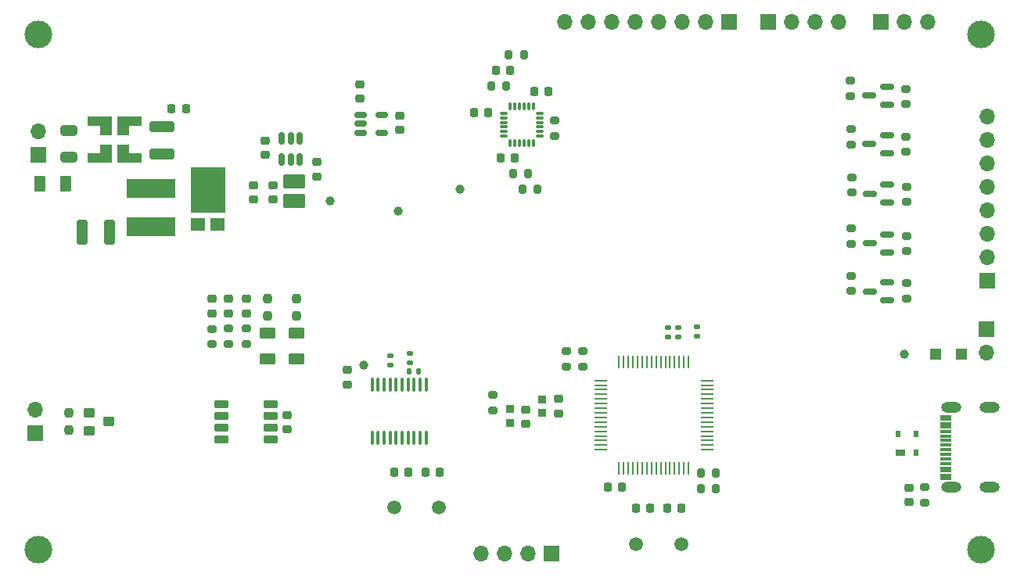
<source format=gts>
G04 #@! TF.GenerationSoftware,KiCad,Pcbnew,7.0.7*
G04 #@! TF.CreationDate,2023-12-18T21:44:51-05:00*
G04 #@! TF.ProjectId,central_hub,63656e74-7261-46c5-9f68-75622e6b6963,rev?*
G04 #@! TF.SameCoordinates,Original*
G04 #@! TF.FileFunction,Soldermask,Top*
G04 #@! TF.FilePolarity,Negative*
%FSLAX46Y46*%
G04 Gerber Fmt 4.6, Leading zero omitted, Abs format (unit mm)*
G04 Created by KiCad (PCBNEW 7.0.7) date 2023-12-18 21:44:51*
%MOMM*%
%LPD*%
G01*
G04 APERTURE LIST*
G04 Aperture macros list*
%AMRoundRect*
0 Rectangle with rounded corners*
0 $1 Rounding radius*
0 $2 $3 $4 $5 $6 $7 $8 $9 X,Y pos of 4 corners*
0 Add a 4 corners polygon primitive as box body*
4,1,4,$2,$3,$4,$5,$6,$7,$8,$9,$2,$3,0*
0 Add four circle primitives for the rounded corners*
1,1,$1+$1,$2,$3*
1,1,$1+$1,$4,$5*
1,1,$1+$1,$6,$7*
1,1,$1+$1,$8,$9*
0 Add four rect primitives between the rounded corners*
20,1,$1+$1,$2,$3,$4,$5,0*
20,1,$1+$1,$4,$5,$6,$7,0*
20,1,$1+$1,$6,$7,$8,$9,0*
20,1,$1+$1,$8,$9,$2,$3,0*%
%AMFreePoly0*
4,1,37,1.915180,1.368803,1.915215,1.368788,1.962648,1.327266,1.968788,1.315215,1.968803,1.315180,1.977050,1.275000,1.977050,0.575000,1.968803,0.534820,1.968788,0.534785,1.927266,0.487352,1.915215,0.481212,1.915180,0.481197,1.875000,0.472950,0.677050,0.472950,0.677050,-0.425000,0.668803,-0.465180,0.668788,-0.465215,0.627266,-0.512648,0.615215,-0.518788,0.615180,-0.518803,
0.575000,-0.527050,-0.425000,-0.527050,-0.465180,-0.518803,-0.465215,-0.518788,-0.512648,-0.477266,-0.518788,-0.465215,-0.518803,-0.465180,-0.527050,-0.425000,-0.527050,1.275000,-0.518803,1.315180,-0.518788,1.315215,-0.477266,1.362648,-0.465215,1.368788,-0.465180,1.368803,-0.425000,1.377050,1.875000,1.377050,1.915180,1.368803,1.915180,1.368803,$1*%
%AMFreePoly1*
4,1,37,0.465180,1.368803,0.465215,1.368788,0.512648,1.327266,0.518788,1.315215,0.518803,1.315180,0.527050,1.275000,0.527050,-0.425000,0.518803,-0.465180,0.518788,-0.465215,0.477266,-0.512648,0.465215,-0.518788,0.465180,-0.518803,0.425000,-0.527050,-0.575000,-0.527050,-0.615180,-0.518803,-0.615215,-0.518788,-0.662648,-0.477266,-0.668788,-0.465215,-0.668803,-0.465180,-0.677050,-0.425000,
-0.677050,0.472950,-1.875000,0.472950,-1.915180,0.481197,-1.915215,0.481212,-1.962648,0.522734,-1.968788,0.534785,-1.968803,0.534820,-1.977050,0.575000,-1.977050,1.275000,-1.968803,1.315180,-1.968788,1.315215,-1.927266,1.362648,-1.915215,1.368788,-1.915180,1.368803,-1.875000,1.377050,0.425000,1.377050,0.465180,1.368803,0.465180,1.368803,$1*%
%AMFreePoly2*
4,1,37,0.465180,0.518803,0.465215,0.518788,0.512648,0.477266,0.518788,0.465215,0.518803,0.465180,0.527050,0.425000,0.527050,-1.275000,0.518803,-1.315180,0.518788,-1.315215,0.477266,-1.362648,0.465215,-1.368788,0.465180,-1.368803,0.425000,-1.377050,-1.875000,-1.377050,-1.915180,-1.368803,-1.915215,-1.368788,-1.962648,-1.327266,-1.968788,-1.315215,-1.968803,-1.315180,-1.977050,-1.275000,
-1.977050,-0.575000,-1.968803,-0.534820,-1.968788,-0.534785,-1.927266,-0.487352,-1.915215,-0.481212,-1.915180,-0.481197,-1.875000,-0.472950,-0.677050,-0.472950,-0.677050,0.425000,-0.668803,0.465180,-0.668788,0.465215,-0.627266,0.512648,-0.615215,0.518788,-0.615180,0.518803,-0.575000,0.527050,0.425000,0.527050,0.465180,0.518803,0.465180,0.518803,$1*%
%AMFreePoly3*
4,1,37,0.615180,0.518803,0.615215,0.518788,0.662648,0.477266,0.668788,0.465215,0.668803,0.465180,0.677050,0.425000,0.677050,-0.472950,1.875000,-0.472950,1.915180,-0.481197,1.915215,-0.481212,1.962648,-0.522734,1.968788,-0.534785,1.968803,-0.534820,1.977050,-0.575000,1.977050,-1.275000,1.968803,-1.315180,1.968788,-1.315215,1.927266,-1.362648,1.915215,-1.368788,1.915180,-1.368803,
1.875000,-1.377050,-0.425000,-1.377050,-0.465180,-1.368803,-0.465215,-1.368788,-0.512648,-1.327266,-0.518788,-1.315215,-0.518803,-1.315180,-0.527050,-1.275000,-0.527050,0.425000,-0.518803,0.465180,-0.518788,0.465215,-0.477266,0.512648,-0.465215,0.518788,-0.465180,0.518803,-0.425000,0.527050,0.575000,0.527050,0.615180,0.518803,0.615180,0.518803,$1*%
G04 Aperture macros list end*
%ADD10C,0.000100*%
%ADD11R,0.939800X0.965200*%
%ADD12C,1.000000*%
%ADD13R,1.700000X1.700000*%
%ADD14O,1.700000X1.700000*%
%ADD15R,0.279400X1.397000*%
%ADD16R,1.397000X0.279400*%
%ADD17RoundRect,0.225000X-0.250000X0.225000X-0.250000X-0.225000X0.250000X-0.225000X0.250000X0.225000X0*%
%ADD18RoundRect,0.200000X-0.275000X0.200000X-0.275000X-0.200000X0.275000X-0.200000X0.275000X0.200000X0*%
%ADD19RoundRect,0.100000X0.100000X-0.637500X0.100000X0.637500X-0.100000X0.637500X-0.100000X-0.637500X0*%
%ADD20R,1.200000X1.200000*%
%ADD21RoundRect,0.150000X0.587500X0.150000X-0.587500X0.150000X-0.587500X-0.150000X0.587500X-0.150000X0*%
%ADD22RoundRect,0.225000X0.225000X0.250000X-0.225000X0.250000X-0.225000X-0.250000X0.225000X-0.250000X0*%
%ADD23RoundRect,0.225000X-0.225000X-0.250000X0.225000X-0.250000X0.225000X0.250000X-0.225000X0.250000X0*%
%ADD24RoundRect,0.200000X0.275000X-0.200000X0.275000X0.200000X-0.275000X0.200000X-0.275000X-0.200000X0*%
%ADD25RoundRect,0.237500X-0.237500X0.250000X-0.237500X-0.250000X0.237500X-0.250000X0.237500X0.250000X0*%
%ADD26RoundRect,0.200000X0.200000X0.275000X-0.200000X0.275000X-0.200000X-0.275000X0.200000X-0.275000X0*%
%ADD27RoundRect,0.218750X0.256250X-0.218750X0.256250X0.218750X-0.256250X0.218750X-0.256250X-0.218750X0*%
%ADD28RoundRect,0.225000X0.250000X-0.225000X0.250000X0.225000X-0.250000X0.225000X-0.250000X-0.225000X0*%
%ADD29RoundRect,0.250000X-1.100000X0.325000X-1.100000X-0.325000X1.100000X-0.325000X1.100000X0.325000X0*%
%ADD30C,3.000000*%
%ADD31RoundRect,0.150000X-0.512500X-0.150000X0.512500X-0.150000X0.512500X0.150000X-0.512500X0.150000X0*%
%ADD32C,1.500000*%
%ADD33RoundRect,0.135000X-0.185000X0.135000X-0.185000X-0.135000X0.185000X-0.135000X0.185000X0.135000X0*%
%ADD34RoundRect,0.102000X0.650000X-0.300000X0.650000X0.300000X-0.650000X0.300000X-0.650000X-0.300000X0*%
%ADD35RoundRect,0.250000X-0.325000X-1.100000X0.325000X-1.100000X0.325000X1.100000X-0.325000X1.100000X0*%
%ADD36RoundRect,0.102000X-1.110000X0.620000X-1.110000X-0.620000X1.110000X-0.620000X1.110000X0.620000X0*%
%ADD37RoundRect,0.250000X0.625000X-0.375000X0.625000X0.375000X-0.625000X0.375000X-0.625000X-0.375000X0*%
%ADD38RoundRect,0.150000X-0.150000X0.512500X-0.150000X-0.512500X0.150000X-0.512500X0.150000X0.512500X0*%
%ADD39RoundRect,0.200000X-0.200000X-0.275000X0.200000X-0.275000X0.200000X0.275000X-0.200000X0.275000X0*%
%ADD40RoundRect,0.250000X-0.375000X-0.625000X0.375000X-0.625000X0.375000X0.625000X-0.375000X0.625000X0*%
%ADD41RoundRect,0.102000X-2.550000X0.950000X-2.550000X-0.950000X2.550000X-0.950000X2.550000X0.950000X0*%
%ADD42RoundRect,0.135000X0.185000X-0.135000X0.185000X0.135000X-0.185000X0.135000X-0.185000X-0.135000X0*%
%ADD43RoundRect,0.140000X-0.140000X-0.170000X0.140000X-0.170000X0.140000X0.170000X-0.140000X0.170000X0*%
%ADD44FreePoly0,180.000000*%
%ADD45FreePoly1,180.000000*%
%ADD46FreePoly2,180.000000*%
%ADD47FreePoly3,180.000000*%
%ADD48RoundRect,0.250000X-0.650000X0.325000X-0.650000X-0.325000X0.650000X-0.325000X0.650000X0.325000X0*%
%ADD49RoundRect,0.218750X-0.218750X-0.256250X0.218750X-0.256250X0.218750X0.256250X-0.218750X0.256250X0*%
%ADD50RoundRect,0.102000X-0.450000X0.400000X-0.450000X-0.400000X0.450000X-0.400000X0.450000X0.400000X0*%
%ADD51RoundRect,0.050000X0.570000X-0.150000X0.570000X0.150000X-0.570000X0.150000X-0.570000X-0.150000X0*%
%ADD52O,2.204000X1.104000*%
%ADD53RoundRect,0.075000X0.350000X0.075000X-0.350000X0.075000X-0.350000X-0.075000X0.350000X-0.075000X0*%
%ADD54RoundRect,0.075000X-0.075000X0.350000X-0.075000X-0.350000X0.075000X-0.350000X0.075000X0.350000X0*%
%ADD55R,1.000000X0.700000*%
%ADD56R,0.600000X0.700000*%
%ADD57R,1.600000X1.440000*%
%ADD58R,3.800000X4.960000*%
G04 APERTURE END LIST*
D10*
X71280907Y-56283442D02*
X72580907Y-56283442D01*
X72580907Y-57183442D01*
X70080907Y-57183442D01*
X70080907Y-55283442D01*
X71280907Y-55283442D01*
X71280907Y-56283442D01*
G36*
X71280907Y-56283442D02*
G01*
X72580907Y-56283442D01*
X72580907Y-57183442D01*
X70080907Y-57183442D01*
X70080907Y-55283442D01*
X71280907Y-55283442D01*
X71280907Y-56283442D01*
G37*
X72580907Y-53183442D02*
X71280907Y-53183442D01*
X71280907Y-54183442D01*
X70080907Y-54183442D01*
X70080907Y-52283442D01*
X72580907Y-52283442D01*
X72580907Y-53183442D01*
G36*
X72580907Y-53183442D02*
G01*
X71280907Y-53183442D01*
X71280907Y-54183442D01*
X70080907Y-54183442D01*
X70080907Y-52283442D01*
X72580907Y-52283442D01*
X72580907Y-53183442D01*
G37*
X69380907Y-57183442D02*
X66880907Y-57183442D01*
X66880907Y-56283442D01*
X68180907Y-56283442D01*
X68180907Y-55283442D01*
X69380907Y-55283442D01*
X69380907Y-57183442D01*
G36*
X69380907Y-57183442D02*
G01*
X66880907Y-57183442D01*
X66880907Y-56283442D01*
X68180907Y-56283442D01*
X68180907Y-55283442D01*
X69380907Y-55283442D01*
X69380907Y-57183442D01*
G37*
X69380907Y-54183442D02*
X68180907Y-54183442D01*
X68180907Y-53183442D01*
X66880907Y-53183442D01*
X66880907Y-52283442D01*
X69380907Y-52283442D01*
X69380907Y-54183442D01*
G36*
X69380907Y-54183442D02*
G01*
X68180907Y-54183442D01*
X68180907Y-53183442D01*
X66880907Y-53183442D01*
X66880907Y-52283442D01*
X69380907Y-52283442D01*
X69380907Y-54183442D01*
G37*
D11*
X116078167Y-84381506D03*
X116078167Y-82882906D03*
D12*
X93100000Y-61450000D03*
D13*
X61503167Y-56382206D03*
D14*
X61503167Y-53842206D03*
D15*
X124377222Y-90360306D03*
X124877348Y-90360306D03*
X125377474Y-90360306D03*
X125877600Y-90360306D03*
X126377726Y-90360306D03*
X126877852Y-90360306D03*
X127377978Y-90360306D03*
X127878104Y-90360306D03*
X128378230Y-90360306D03*
X128878356Y-90360306D03*
X129378482Y-90360306D03*
X129878608Y-90360306D03*
X130378734Y-90360306D03*
X130878860Y-90360306D03*
X131378986Y-90360306D03*
X131879112Y-90360306D03*
D16*
X133881267Y-88358151D03*
X133881267Y-87858025D03*
X133881267Y-87357899D03*
X133881267Y-86857773D03*
X133881267Y-86357647D03*
X133881267Y-85857521D03*
X133881267Y-85357395D03*
X133881267Y-84857269D03*
X133881267Y-84357143D03*
X133881267Y-83857017D03*
X133881267Y-83356891D03*
X133881267Y-82856765D03*
X133881267Y-82356639D03*
X133881267Y-81856513D03*
X133881267Y-81356387D03*
X133881267Y-80856261D03*
D15*
X131879112Y-78854106D03*
X131378986Y-78854106D03*
X130878860Y-78854106D03*
X130378734Y-78854106D03*
X129878608Y-78854106D03*
X129378482Y-78854106D03*
X128878356Y-78854106D03*
X128378230Y-78854106D03*
X127878104Y-78854106D03*
X127377978Y-78854106D03*
X126877852Y-78854106D03*
X126377726Y-78854106D03*
X125877600Y-78854106D03*
X125377474Y-78854106D03*
X124877348Y-78854106D03*
X124377222Y-78854106D03*
D16*
X122375067Y-80856261D03*
X122375067Y-81356387D03*
X122375067Y-81856513D03*
X122375067Y-82356639D03*
X122375067Y-82856765D03*
X122375067Y-83356891D03*
X122375067Y-83857017D03*
X122375067Y-84357143D03*
X122375067Y-84857269D03*
X122375067Y-85357395D03*
X122375067Y-85857521D03*
X122375067Y-86357647D03*
X122375067Y-86857773D03*
X122375067Y-87357899D03*
X122375067Y-87858025D03*
X122375067Y-88358151D03*
D17*
X84837274Y-59714302D03*
X84837274Y-61264302D03*
D18*
X120453167Y-77694706D03*
X120453167Y-79344706D03*
D19*
X97625000Y-87062500D03*
X98275000Y-87062500D03*
X98925000Y-87062500D03*
X99575000Y-87062500D03*
X100225000Y-87062500D03*
X100875000Y-87062500D03*
X101525000Y-87062500D03*
X102175000Y-87062500D03*
X102825000Y-87062500D03*
X103475000Y-87062500D03*
X103475000Y-81337500D03*
X102825000Y-81337500D03*
X102175000Y-81337500D03*
X101525000Y-81337500D03*
X100875000Y-81337500D03*
X100225000Y-81337500D03*
X99575000Y-81337500D03*
X98925000Y-81337500D03*
X98275000Y-81337500D03*
X97625000Y-81337500D03*
D20*
X161400000Y-78000000D03*
X158600000Y-78000000D03*
D21*
X153403167Y-72157206D03*
X153403167Y-70257206D03*
X151528167Y-71207206D03*
D22*
X127753167Y-94707206D03*
X126203167Y-94707206D03*
D17*
X114228167Y-83982206D03*
X114228167Y-85532206D03*
D23*
X115153167Y-49557206D03*
X116703167Y-49557206D03*
D24*
X155465667Y-61532206D03*
X155465667Y-59882206D03*
D17*
X96328167Y-48782206D03*
X96328167Y-50332206D03*
D23*
X129553167Y-94707206D03*
X131103167Y-94707206D03*
D25*
X86353167Y-71994706D03*
X86353167Y-73819706D03*
D12*
X96746833Y-79192794D03*
D21*
X153403167Y-66957206D03*
X153403167Y-65057206D03*
X151528167Y-66007206D03*
D18*
X149465667Y-53632206D03*
X149465667Y-55282206D03*
D26*
X112153167Y-48957206D03*
X110503167Y-48957206D03*
D13*
X164103167Y-75332206D03*
D14*
X164103167Y-77872206D03*
D23*
X103405000Y-90825000D03*
X104955000Y-90825000D03*
D17*
X86892776Y-59723603D03*
X86892776Y-61273603D03*
D13*
X61200000Y-86540000D03*
D14*
X61200000Y-84000000D03*
D27*
X80300000Y-73575000D03*
X80300000Y-72000000D03*
D23*
X111053167Y-47257206D03*
X112603167Y-47257206D03*
D28*
X86068661Y-56412206D03*
X86068661Y-54862206D03*
D13*
X136275000Y-42000000D03*
D14*
X133735000Y-42000000D03*
X131195000Y-42000000D03*
X128655000Y-42000000D03*
X126115000Y-42000000D03*
X123575000Y-42000000D03*
X121035000Y-42000000D03*
X118495000Y-42000000D03*
D29*
X74920000Y-53393603D03*
X74920000Y-56343603D03*
D28*
X100628167Y-53732206D03*
X100628167Y-52182206D03*
D23*
X123153167Y-92407206D03*
X124703167Y-92407206D03*
D28*
X155760000Y-94025000D03*
X155760000Y-92475000D03*
D21*
X153340667Y-56207206D03*
X153340667Y-54307206D03*
X151465667Y-55257206D03*
D23*
X108653167Y-51877206D03*
X110203167Y-51877206D03*
D30*
X61503167Y-43407206D03*
D31*
X96390667Y-52107206D03*
X96390667Y-53057206D03*
X96390667Y-54007206D03*
X98665667Y-54007206D03*
X98665667Y-52107206D03*
D18*
X149565667Y-58832206D03*
X149565667Y-60482206D03*
D32*
X104880000Y-94600000D03*
X100000000Y-94600000D03*
D24*
X155365667Y-56082206D03*
X155365667Y-54432206D03*
D26*
X114053167Y-45557206D03*
X112403167Y-45557206D03*
D27*
X84000000Y-73562500D03*
X84000000Y-71987500D03*
D33*
X129690000Y-75120000D03*
X129690000Y-76140000D03*
D26*
X134853167Y-92607206D03*
X133203167Y-92607206D03*
D34*
X86625000Y-87255000D03*
X86625000Y-85985000D03*
X86625000Y-84715000D03*
X86625000Y-83445000D03*
X81325000Y-83445000D03*
X81325000Y-84715000D03*
X81325000Y-85985000D03*
X81325000Y-87255000D03*
D35*
X66295000Y-64837206D03*
X69245000Y-64837206D03*
D18*
X82100000Y-75250000D03*
X82100000Y-76900000D03*
D13*
X152660000Y-42000000D03*
D14*
X155200000Y-42000000D03*
X157740000Y-42000000D03*
D24*
X155465667Y-71982206D03*
X155465667Y-70332206D03*
D33*
X132790000Y-75080000D03*
X132790000Y-76100000D03*
D36*
X89220000Y-59268603D03*
X89220000Y-61448603D03*
D37*
X89453167Y-78532206D03*
X89453167Y-75732206D03*
D25*
X89453167Y-72019706D03*
X89453167Y-73844706D03*
D38*
X89784267Y-54626691D03*
X88834267Y-54626691D03*
X87884267Y-54626691D03*
X87884267Y-56901691D03*
X88834267Y-56901691D03*
X89784267Y-56901691D03*
D39*
X133203167Y-90907206D03*
X134853167Y-90907206D03*
D24*
X117428167Y-54382206D03*
X117428167Y-52732206D03*
D12*
X100500000Y-62500000D03*
D13*
X117058167Y-99607206D03*
D14*
X114518167Y-99607206D03*
X111978167Y-99607206D03*
X109438167Y-99607206D03*
D37*
X86353167Y-78532206D03*
X86353167Y-75732206D03*
D18*
X149465667Y-64382206D03*
X149465667Y-66032206D03*
D40*
X61670000Y-59587206D03*
X64470000Y-59587206D03*
D41*
X73720000Y-60018603D03*
X73720000Y-64218603D03*
D27*
X82100000Y-73562500D03*
X82100000Y-71987500D03*
D42*
X99590000Y-79220000D03*
X99590000Y-78200000D03*
D39*
X113903167Y-60157206D03*
X115553167Y-60157206D03*
D43*
X101665000Y-79860000D03*
X102625000Y-79860000D03*
D12*
X107150000Y-60100000D03*
D42*
X101720000Y-78960000D03*
X101720000Y-77940000D03*
D30*
X163543167Y-43407206D03*
D23*
X111553167Y-56757206D03*
X113103167Y-56757206D03*
D18*
X149403167Y-48382206D03*
X149403167Y-50032206D03*
D22*
X101555000Y-90825000D03*
X100005000Y-90825000D03*
D12*
X155250000Y-78000000D03*
D28*
X94950000Y-81275000D03*
X94950000Y-79725000D03*
D13*
X164203167Y-70032206D03*
D14*
X164203167Y-67492206D03*
X164203167Y-64952206D03*
X164203167Y-62412206D03*
X164203167Y-59872206D03*
X164203167Y-57332206D03*
X164203167Y-54792206D03*
X164203167Y-52252206D03*
D39*
X112903167Y-58457206D03*
X114553167Y-58457206D03*
D13*
X140500000Y-42000000D03*
D14*
X143040000Y-42000000D03*
X145580000Y-42000000D03*
X148120000Y-42000000D03*
D44*
X68855907Y-55808442D03*
D45*
X70605907Y-55808442D03*
D46*
X70605907Y-53658442D03*
D47*
X68855907Y-53658442D03*
D17*
X91659846Y-57209523D03*
X91659846Y-58759523D03*
D48*
X64810409Y-53755792D03*
X64810409Y-56705792D03*
D49*
X75932500Y-51448603D03*
X77507500Y-51448603D03*
D24*
X118703167Y-79332206D03*
X118703167Y-77682206D03*
D18*
X84050000Y-75250000D03*
X84050000Y-76900000D03*
D24*
X155465667Y-66832206D03*
X155465667Y-65182206D03*
D25*
X64850000Y-84352500D03*
X64850000Y-86177500D03*
D32*
X131078167Y-98607206D03*
X126198167Y-98607206D03*
D50*
X67025000Y-84365000D03*
X67025000Y-86265000D03*
X69125000Y-85315000D03*
D11*
X112528167Y-85456506D03*
X112528167Y-83957906D03*
D21*
X153403167Y-61557206D03*
X153403167Y-59657206D03*
X151528167Y-60607206D03*
D30*
X61503167Y-99147206D03*
D33*
X130740000Y-75090000D03*
X130740000Y-76110000D03*
D21*
X153340667Y-50957206D03*
X153340667Y-49057206D03*
X151465667Y-50007206D03*
D18*
X110728167Y-82432206D03*
X110728167Y-84082206D03*
X157460000Y-92425000D03*
X157460000Y-94075000D03*
D51*
X159690000Y-91460000D03*
X159690000Y-90660000D03*
X159690000Y-89360000D03*
X159690000Y-88360000D03*
X159690000Y-87860000D03*
X159690000Y-86860000D03*
X159690000Y-85560000D03*
X159690000Y-84760000D03*
X159690000Y-85060000D03*
X159690000Y-85860000D03*
X159690000Y-86360000D03*
X159690000Y-87360000D03*
X159690000Y-88860000D03*
X159690000Y-89860000D03*
X159690000Y-90360000D03*
X159690000Y-91160000D03*
D52*
X160280000Y-92435000D03*
X160280000Y-83785000D03*
X164460000Y-92435000D03*
X164460000Y-83785000D03*
D53*
X115778167Y-54407206D03*
X115778167Y-53907206D03*
X115778167Y-53407206D03*
X115778167Y-52907206D03*
X115778167Y-52407206D03*
X115778167Y-51907206D03*
D54*
X115078167Y-51207206D03*
X114578167Y-51207206D03*
X114078167Y-51207206D03*
X113578167Y-51207206D03*
X113078167Y-51207206D03*
X112578167Y-51207206D03*
D53*
X111878167Y-51907206D03*
X111878167Y-52407206D03*
X111878167Y-52907206D03*
X111878167Y-53407206D03*
X111878167Y-53907206D03*
X111878167Y-54407206D03*
D54*
X112578167Y-55107206D03*
X113078167Y-55107206D03*
X113578167Y-55107206D03*
X114078167Y-55107206D03*
X114578167Y-55107206D03*
X115078167Y-55107206D03*
D55*
X154790000Y-88660000D03*
D56*
X156490000Y-88660000D03*
X156490000Y-86660000D03*
X154590000Y-86660000D03*
D17*
X88475000Y-84600000D03*
X88475000Y-86150000D03*
D18*
X80300000Y-75262500D03*
X80300000Y-76912500D03*
X149465667Y-69532206D03*
X149465667Y-71182206D03*
D17*
X117828167Y-82857206D03*
X117828167Y-84407206D03*
D30*
X163543167Y-99147206D03*
D57*
X78788167Y-63987206D03*
X80918167Y-63987206D03*
D58*
X79853167Y-60187206D03*
D24*
X155403167Y-50932206D03*
X155403167Y-49282206D03*
M02*

</source>
